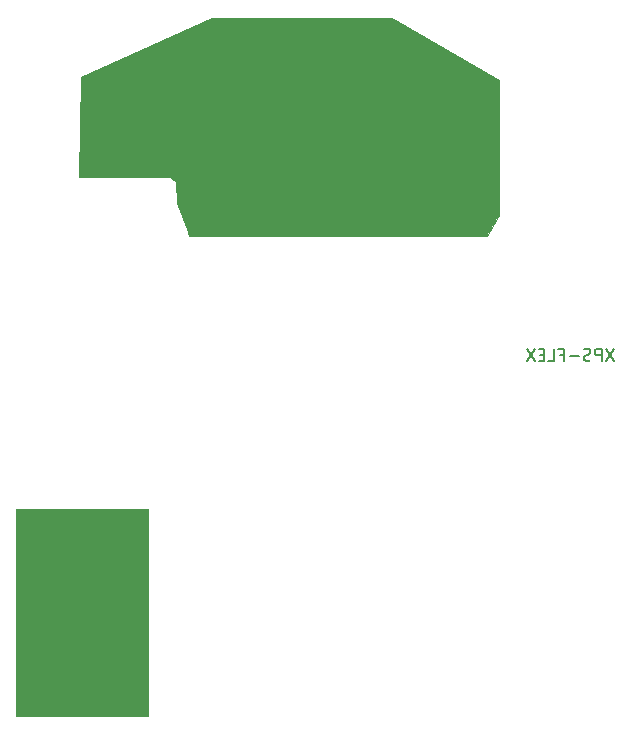
<source format=gbr>
%TF.GenerationSoftware,KiCad,Pcbnew,(5.1.6)-1*%
%TF.CreationDate,2022-01-15T22:49:59+01:00*%
%TF.ProjectId,XPS15,58505331-352e-46b6-9963-61645f706362,rev?*%
%TF.SameCoordinates,Original*%
%TF.FileFunction,Other,Fab,Bot*%
%FSLAX46Y46*%
G04 Gerber Fmt 4.6, Leading zero omitted, Abs format (unit mm)*
G04 Created by KiCad (PCBNEW (5.1.6)-1) date 2022-01-15 22:49:59*
%MOMM*%
%LPD*%
G01*
G04 APERTURE LIST*
%ADD10C,0.100000*%
%ADD11C,0.150000*%
G04 APERTURE END LIST*
D10*
G36*
X175000000Y-78100000D02*
G01*
X175000000Y-89500000D01*
X174000000Y-91300000D01*
X148800000Y-91300000D01*
X148600000Y-90700000D01*
X147750000Y-88500000D01*
X147700000Y-86700000D01*
X147200000Y-86300000D01*
X139500000Y-86300000D01*
X139600000Y-77800000D01*
X150700000Y-72800000D01*
X166000000Y-72800000D01*
X175000000Y-78100000D01*
G37*
X175000000Y-78100000D02*
X175000000Y-89500000D01*
X174000000Y-91300000D01*
X148800000Y-91300000D01*
X148600000Y-90700000D01*
X147750000Y-88500000D01*
X147700000Y-86700000D01*
X147200000Y-86300000D01*
X139500000Y-86300000D01*
X139600000Y-77800000D01*
X150700000Y-72800000D01*
X166000000Y-72800000D01*
X175000000Y-78100000D01*
G36*
X145300000Y-131900000D02*
G01*
X134100000Y-131900000D01*
X134100000Y-114400000D01*
X145300000Y-114400000D01*
X145300000Y-131900000D01*
G37*
X145300000Y-131900000D02*
X134100000Y-131900000D01*
X134100000Y-114400000D01*
X145300000Y-114400000D01*
X145300000Y-131900000D01*
%TO.C,U1*%
D11*
X184760476Y-100827380D02*
X184093809Y-101827380D01*
X184093809Y-100827380D02*
X184760476Y-101827380D01*
X183712857Y-101827380D02*
X183712857Y-100827380D01*
X183331904Y-100827380D01*
X183236666Y-100875000D01*
X183189047Y-100922619D01*
X183141428Y-101017857D01*
X183141428Y-101160714D01*
X183189047Y-101255952D01*
X183236666Y-101303571D01*
X183331904Y-101351190D01*
X183712857Y-101351190D01*
X182760476Y-101779761D02*
X182617619Y-101827380D01*
X182379523Y-101827380D01*
X182284285Y-101779761D01*
X182236666Y-101732142D01*
X182189047Y-101636904D01*
X182189047Y-101541666D01*
X182236666Y-101446428D01*
X182284285Y-101398809D01*
X182379523Y-101351190D01*
X182570000Y-101303571D01*
X182665238Y-101255952D01*
X182712857Y-101208333D01*
X182760476Y-101113095D01*
X182760476Y-101017857D01*
X182712857Y-100922619D01*
X182665238Y-100875000D01*
X182570000Y-100827380D01*
X182331904Y-100827380D01*
X182189047Y-100875000D01*
X181760476Y-101446428D02*
X180998571Y-101446428D01*
X180189047Y-101303571D02*
X180522380Y-101303571D01*
X180522380Y-101827380D02*
X180522380Y-100827380D01*
X180046190Y-100827380D01*
X179189047Y-101827380D02*
X179665238Y-101827380D01*
X179665238Y-100827380D01*
X178855714Y-101303571D02*
X178522380Y-101303571D01*
X178379523Y-101827380D02*
X178855714Y-101827380D01*
X178855714Y-100827380D01*
X178379523Y-100827380D01*
X178046190Y-100827380D02*
X177379523Y-101827380D01*
X177379523Y-100827380D02*
X178046190Y-101827380D01*
%TD*%
M02*

</source>
